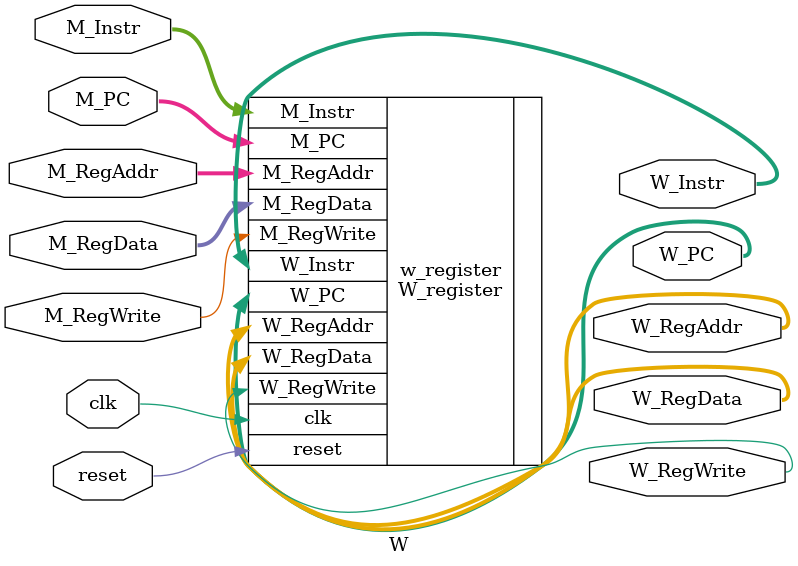
<source format=v>
`timescale 1ns / 1ps
module W (
    input clk,
    input reset,
    //M级信息
    input [31:0] M_Instr,
    input [31:0] M_PC,
    input [31:0] M_RegData,
    input [4:0] M_RegAddr,
    input M_RegWrite,
    //输出信息
    output [31:0] W_Instr,
    output [31:0] W_PC,
    output [31:0] W_RegData,
    output [4:0] W_RegAddr,
    output W_RegWrite);
  
  //声明部分

  //数据通路
  W_register w_register(.clk(clk),
                        .reset(reset),
                        .M_Instr(M_Instr),
                        .M_PC(M_PC),
                        .M_RegData(M_RegData),
                        .M_RegAddr(M_RegAddr),
                        .M_RegWrite(M_RegWrite),
                        .W_Instr(W_Instr),
                        .W_PC(W_PC),
                        .W_RegData(W_RegData),
                        .W_RegAddr(W_RegAddr),
                        .W_RegWrite(W_RegWrite));

                      
  //控制部分
     
endmodule
</source>
